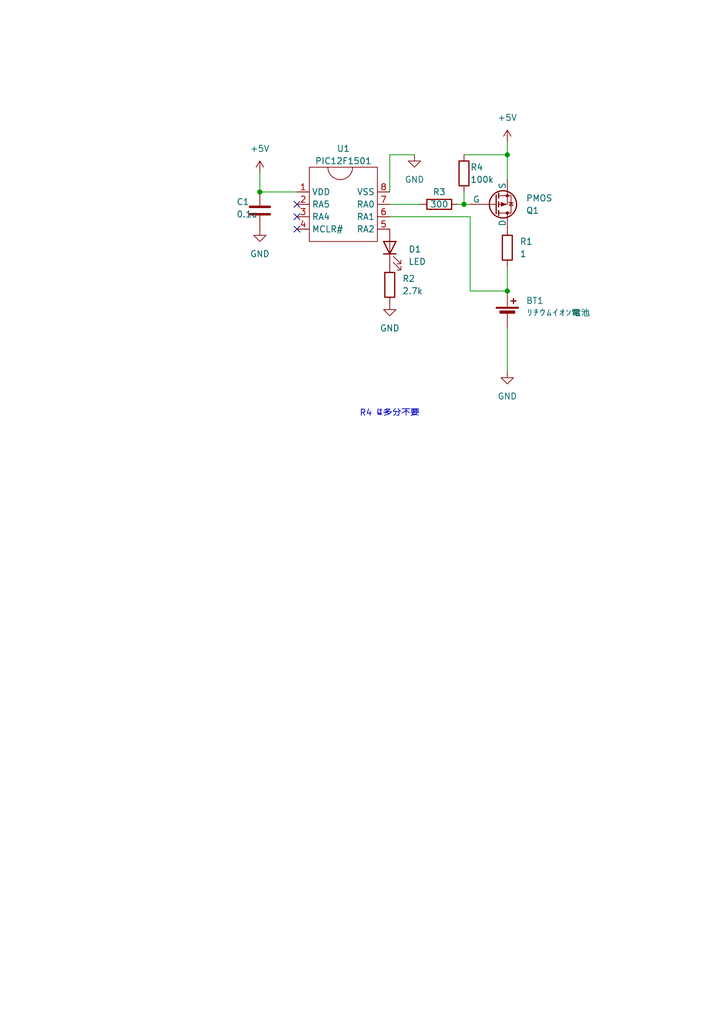
<source format=kicad_sch>
(kicad_sch (version 20250114) (generator "eeschema") (generator_version "9.0")
  (paper "A5" portrait)
  (lib_symbols
    (symbol "0Ore:PIC12F1501"
      (property "Reference" "U" (at 0 0 0))
      (symbol "PIC12F1501_0_1"
        (rectangle (start -7.62 16.51) (end 6.35 1.27))
        (arc (start -1.27 13.97) (mid -3.0661 14.7139) (end -3.81 16.51))
        (arc (start 1.27 16.51) (mid 0.5261 14.7139) (end -1.27 13.97))
      )
      (symbol "PIC12F1501_1_1"
        (pin output line (at -10.16 11.43 0) (length 2.54) (name "VDD") (number "1"))
        (pin bidirectional line (at -10.16 8.89 0) (length 2.54) (name "RA5") (number "2"))
        (pin bidirectional line (at -10.16 6.35 0) (length 2.54) (name "RA4") (number "3"))
        (pin input line (at -10.16 3.81 0) (length 2.54) (name "MCLR#") (number "4"))
        (pin output line (at 8.89 11.43 180) (length 2.54) (name "VSS") (number "8"))
        (pin bidirectional line (at 8.89 8.89 180) (length 2.54) (name "RA0") (number "7"))
        (pin bidirectional line (at 8.89 6.35 180) (length 2.54) (name "RA1") (number "6"))
        (pin output line (at 8.89 3.81 180) (length 2.54) (name "RA2") (number "5"))
      )
    )
    (symbol "Device:Battery_Cell" (pin_numbers (hide yes)) (pin_names (offset 0) (hide yes))
      (property "Reference" "BT" (at 2.54 2.54 0))
      (property "Value" "Battery_Cell" (at 2.54 0 0))
      (symbol "Battery_Cell_0_1"
        (rectangle (start -2.286 1.778) (end 2.286 1.524) (fill (type outline)))
        (rectangle (start -1.524 1.016) (end 1.524 0.508) (fill (type outline)))
        (polyline (pts (xy 0 1.778) (xy 0 2.54)))
        (polyline (pts (xy 0 0.762) (xy 0 0)))
        (polyline (pts (xy 0.762 3.048) (xy 1.778 3.048)) (stroke (width 0.254)))
        (polyline (pts (xy 1.27 3.556) (xy 1.27 2.54)) (stroke (width 0.254)))
      )
      (symbol "Battery_Cell_1_1"
        (pin passive line (at 0 5.08 270) (length 2.54) (name "+") (number "1"))
        (pin passive line (at 0 -2.54 90) (length 2.54) (name "-") (number "2"))
      )
    )
    (symbol "Device:C" (pin_numbers (hide yes)) (pin_names (offset 0.254))
      (property "Reference" "C" (at 0.635 2.54 0))
      (property "Value" "C" (at 0.635 -2.54 0))
      (symbol "C_0_1"
        (polyline (pts (xy -2.032 0.762) (xy 2.032 0.762)) (stroke (width 0.508)))
        (polyline (pts (xy -2.032 -0.762) (xy 2.032 -0.762)) (stroke (width 0.508)))
      )
      (symbol "C_1_1"
        (pin passive line (at 0 3.81 270) (length 2.794) (name "~") (number "1"))
        (pin passive line (at 0 -3.81 90) (length 2.794) (name "~") (number "2"))
      )
    )
    (symbol "Device:LED" (pin_numbers (hide yes)) (pin_names (offset 1.016) (hide yes))
      (property "Reference" "D" (at 0 2.54 0))
      (property "Value" "LED" (at 0 -2.54 0))
      (symbol "LED_0_1"
        (polyline (pts (xy -3.048 -0.762) (xy -4.572 -2.286) (xy -3.81 -2.286) (xy -4.572 -2.286) (xy -4.572 -1.524)))
        (polyline (pts (xy -1.778 -0.762) (xy -3.302 -2.286) (xy -2.54 -2.286) (xy -3.302 -2.286) (xy -3.302 -1.524)))
        (polyline (pts (xy -1.27 0) (xy 1.27 0)))
        (polyline (pts (xy -1.27 -1.27) (xy -1.27 1.27)) (stroke (width 0.254)))
        (polyline (pts (xy 1.27 -1.27) (xy 1.27 1.27) (xy -1.27 0) (xy 1.27 -1.27)) (stroke (width 0.254)))
      )
      (symbol "LED_1_1"
        (pin passive line (at -3.81 0 0) (length 2.54) (name "K") (number "1"))
        (pin passive line (at 3.81 0 180) (length 2.54) (name "A") (number "2"))
      )
    )
    (symbol "Device:R" (pin_numbers (hide yes)) (pin_names (offset 0))
      (property "Reference" "R" (at 2.032 0 90))
      (property "Value" "R" (at 0 0 90))
      (symbol "R_0_1"
        (rectangle (start -1.016 -2.54) (end 1.016 2.54) (stroke (width 0.254)))
      )
      (symbol "R_1_1"
        (pin passive line (at 0 3.81 270) (length 1.27) (name "~") (number "1"))
        (pin passive line (at 0 -3.81 90) (length 1.27) (name "~") (number "2"))
      )
    )
    (symbol "Simulation_SPICE:PMOS" (pin_numbers (hide yes)) (pin_names (offset 0))
      (property "Reference" "Q" (at 5.08 1.27 0))
      (property "Value" "PMOS" (at 5.08 -1.27 0))
      (symbol "PMOS_0_1"
        (polyline (pts (xy 0.254 1.905) (xy 0.254 -1.905)) (stroke (width 0.254)))
        (polyline (pts (xy 0.254 0) (xy -2.54 0)))
        (polyline (pts (xy 0.762 2.286) (xy 0.762 1.27)) (stroke (width 0.254)))
        (polyline (pts (xy 0.762 1.778) (xy 3.302 1.778) (xy 3.302 -1.778) (xy 0.762 -1.778)))
        (polyline (pts (xy 0.762 0.508) (xy 0.762 -0.508)) (stroke (width 0.254)))
        (polyline (pts (xy 0.762 -1.27) (xy 0.762 -2.286)) (stroke (width 0.254)))
        (circle (center 1.651 0) (radius 2.794) (stroke (width 0.254)))
        (polyline (pts (xy 2.286 0) (xy 1.27 0.381) (xy 1.27 -0.381) (xy 2.286 0)) (fill (type outline)))
        (polyline (pts (xy 2.54 2.54) (xy 2.54 1.778)))
        (circle (center 2.54 1.778) (radius 0.254) (fill (type outline)))
        (circle (center 2.54 -1.778) (radius 0.254) (fill (type outline)))
        (polyline (pts (xy 2.54 -2.54) (xy 2.54 0) (xy 0.762 0)))
        (polyline (pts (xy 2.794 -0.508) (xy 2.921 -0.381) (xy 3.683 -0.381) (xy 3.81 -0.254)))
        (polyline (pts (xy 3.302 -0.381) (xy 2.921 0.254) (xy 3.683 0.254) (xy 3.302 -0.381)))
      )
      (symbol "PMOS_1_1"
        (pin input line (at -5.08 0 0) (length 2.54) (name "G") (number "2"))
        (pin passive line (at 2.54 5.08 270) (length 2.54) (name "D") (number "1"))
        (pin passive line (at 2.54 -5.08 90) (length 2.54) (name "S") (number "3"))
      )
    )
    (symbol "power:+5V" (power) (pin_numbers (hide yes)) (pin_names (offset 0) (hide yes))
      (property "Value" "+5V" (at 0 3.556 0))
      (symbol "+5V_0_1"
        (polyline (pts (xy -0.762 1.27) (xy 0 2.54)))
        (polyline (pts (xy 0 2.54) (xy 0.762 1.27)))
        (polyline (pts (xy 0 0) (xy 0 2.54)))
      )
      (symbol "+5V_1_1"
        (pin power_in line (at 0 0 90) (length 0) (name "~") (number "1"))
      )
    )
    (symbol "power:GND" (power) (pin_numbers (hide yes)) (pin_names (offset 0) (hide yes))
      (property "Value" "GND" (at 0 -3.81 0))
      (symbol "GND_0_1"
        (polyline (pts (xy 0 0) (xy 0 -1.27) (xy 1.27 -1.27) (xy 0 -2.54) (xy -1.27 -1.27) (xy 0 -1.27)))
      )
      (symbol "GND_1_1"
        (pin power_in line (at 0 0 270) (length 0) (name "~") (number "1"))
      )
    )
  )
  (text "R4 は多分不要" (at 80.01 84.836 0) (effects (font (size 1.27 1.27))))
  (junction (at 104.14 59.69))
  (junction (at 104.14 31.75))
  (junction (at 53.34 39.37))
  (junction (at 95.25 41.91))
  (no_connect (at 60.96 41.91))
  (no_connect (at 60.96 44.45))
  (no_connect (at 60.96 46.99))
  (wire (pts (xy 53.34 39.37) (xy 60.96 39.37)))
  (wire (pts (xy 95.25 31.75) (xy 104.14 31.75)))
  (wire (pts (xy 80.01 31.75) (xy 85.09 31.75)))
  (wire (pts (xy 96.52 44.45) (xy 96.52 59.69)))
  (wire (pts (xy 104.14 31.75) (xy 104.14 36.83)))
  (wire (pts (xy 104.14 54.61) (xy 104.14 59.69)))
  (wire (pts (xy 80.01 44.45) (xy 96.52 44.45)))
  (wire (pts (xy 80.01 41.91) (xy 86.36 41.91)))
  (wire (pts (xy 93.98 41.91) (xy 95.25 41.91)))
  (wire (pts (xy 53.34 35.56) (xy 53.34 39.37)))
  (wire (pts (xy 95.25 39.37) (xy 95.25 41.91)))
  (wire (pts (xy 104.14 67.31) (xy 104.14 76.2)))
  (wire (pts (xy 104.14 29.21) (xy 104.14 31.75)))
  (wire (pts (xy 96.52 59.69) (xy 104.14 59.69)))
  (wire (pts (xy 80.01 39.37) (xy 80.01 31.75)))
  (wire (pts (xy 95.25 41.91) (xy 96.52 41.91)))
  (symbol (lib_id "Device:R") (at 95.25 35.56 0) (unit 1)
    (property "Reference" "R4" (at 96.52 34.29 0) (effects (justify left)))
    (property "Value" "100k" (at 96.52 36.83 0) (effects (justify left)))
    (property "Description" "Resistor" (effects (hide yes)))
  )
  (symbol (lib_id "Device:C") (at 53.34 43.18 0) (unit 1)
    (property "Reference" "C1" (at 48.514 41.402 0) (effects (justify left)))
    (property "Value" "0.1u" (at 48.514 43.942 0) (effects (justify left)))
    (property "Description" "Unpolarized capacitor" (effects (hide yes)))
  )
  (symbol (lib_id "power:GND") (at 80.01 62.23 0) (unit 1)
    (property "Reference" "#PWR05" (effects (hide yes)))
    (property "Value" "GND" (at 80.01 67.31 0))
    (property "Description" "Power symbol creates a global label with name \"GND\" , ground" (effects (hide yes)))
  )
  (symbol (lib_id "power:+5V") (at 53.34 35.56 0) (unit 1)
    (property "Reference" "#PWR02" (effects (hide yes)))
    (property "Value" "+5V" (at 53.34 30.48 0))
    (property "Description" "Power symbol creates a global label with name \"+5V\"" (effects (hide yes)))
  )
  (symbol (lib_id "Device:R") (at 80.01 58.42 0) (unit 1)
    (property "Reference" "R2" (at 82.55 57.1499 0) (effects (justify left)))
    (property "Value" "2.7k" (at 82.55 59.6899 0) (effects (justify left)))
    (property "Description" "Resistor" (effects (hide yes)))
  )
  (symbol (lib_id "0Ore:PIC12F1501") (at 71.12 50.8 0) (unit 1)
    (property "Reference" "U1" (at 70.485 30.48 0))
    (property "Value" "PIC12F1501" (at 70.485 33.02 0))
  )
  (symbol (lib_id "power:GND") (at 85.09 31.75 0) (unit 1)
    (property "Reference" "#PWR01" (effects (hide yes)))
    (property "Value" "GND" (at 85.09 36.83 0))
    (property "Description" "Power symbol creates a global label with name \"GND\" , ground" (effects (hide yes)))
  )
  (symbol (lib_id "power:GND") (at 104.14 76.2 0) (unit 1)
    (property "Reference" "#PWR04" (effects (hide yes)))
    (property "Value" "GND" (at 104.14 81.28 0))
    (property "Description" "Power symbol creates a global label with name \"GND\" , ground" (effects (hide yes)))
  )
  (symbol (lib_id "power:+5V") (at 104.14 29.21 0) (unit 1)
    (property "Reference" "#PWR03" (effects (hide yes)))
    (property "Value" "+5V" (at 104.14 24.13 0))
    (property "Description" "Power symbol creates a global label with name \"+5V\"" (effects (hide yes)))
  )
  (symbol (lib_id "Simulation_SPICE:PMOS") (at 101.6 41.91 0) (mirror x) (unit 1)
    (property "Reference" "Q1" (at 107.95 43.1801 0) (effects (justify left)))
    (property "Value" "PMOS" (at 107.95 40.6401 0) (effects (justify left)))
    (property "Datasheet" "https://ngspice.sourceforge.io/docs/ngspice-html-manual/manual.xhtml#cha_MOSFETs" (effects (hide yes)))
    (property "Description" "P-MOSFET transistor, drain/source/gate" (effects (hide yes)))
    (property "Sim.Device" "PMOS" (effects (hide yes)))
    (property "Sim.Type" "VDMOS" (effects (hide yes)))
    (property "Sim.Pins" "1=D 2=G 3=S" (effects (hide yes)))
  )
  (symbol (lib_id "power:GND") (at 53.34 46.99 0) (unit 1)
    (property "Reference" "#PWR06" (effects (hide yes)))
    (property "Value" "GND" (at 53.34 52.07 0))
    (property "Description" "Power symbol creates a global label with name \"GND\" , ground" (effects (hide yes)))
  )
  (symbol (lib_id "Device:R") (at 90.17 41.91 90) (unit 1)
    (property "Reference" "R3" (at 90.17 39.37 90))
    (property "Value" "300" (at 90.17 41.91 90))
    (property "Description" "Resistor" (effects (hide yes)))
  )
  (symbol (lib_id "Device:Battery_Cell") (at 104.14 64.77 0) (unit 1)
    (property "Reference" "BT1" (at 107.95 61.6584 0) (effects (justify left)))
    (property "Value" "リチウムイオン電池" (at 107.95 64.1984 0) (effects (justify left)))
    (property "Description" "Single-cell battery" (effects (hide yes)))
  )
  (symbol (lib_id "Device:LED") (at 80.01 50.8 90) (unit 1)
    (property "Reference" "D1" (at 83.82 51.1174 90) (effects (justify right)))
    (property "Value" "LED" (at 83.82 53.6574 90) (effects (justify right)))
    (property "Description" "Light emitting diode" (effects (hide yes)))
    (property "Sim.Pins" "1=K 2=A" (effects (hide yes)))
  )
  (symbol (lib_id "Device:R") (at 104.14 50.8 0) (unit 1)
    (property "Reference" "R1" (at 106.68 49.5299 0) (effects (justify left)))
    (property "Value" "1" (at 106.68 52.0699 0) (effects (justify left)))
    (property "Description" "Resistor" (effects (hide yes)))
  )
)
</source>
